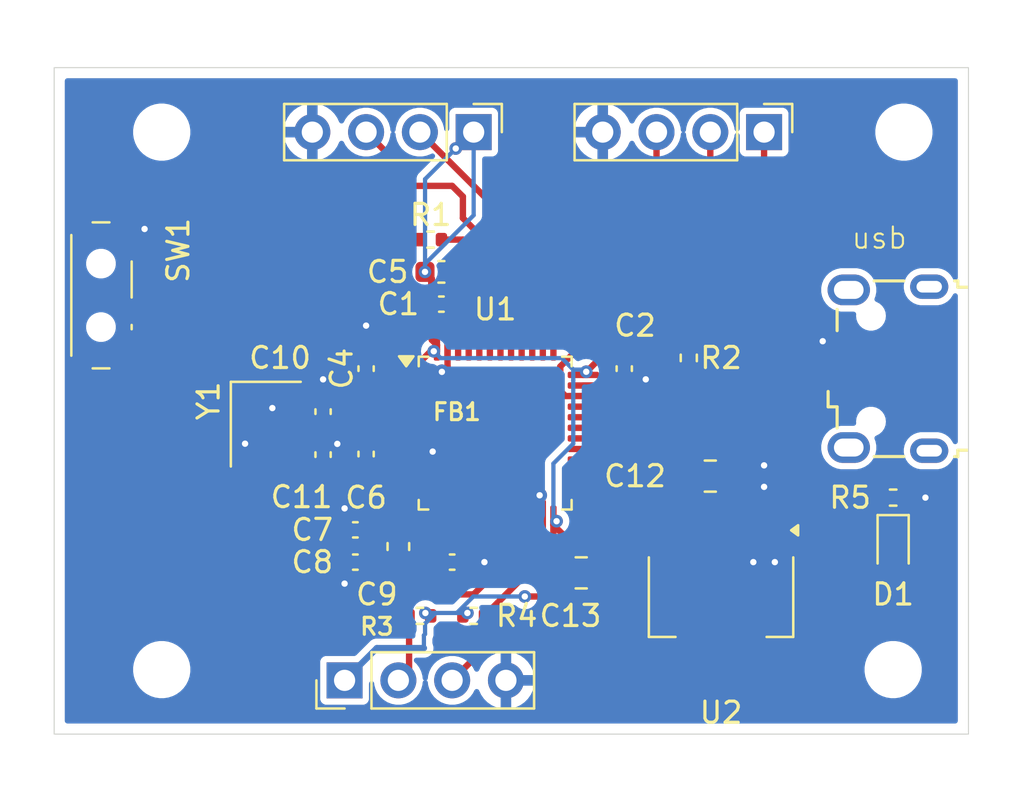
<source format=kicad_pcb>
(kicad_pcb (version 20240108) (generator "pcbnew") (generator_version "8.0")
  (layers (0 "F.Cu" signal) (31 "B.Cu" power) (34 "B.Paste" user) (35 "F.Paste" user) (36 "B.SilkS" user "B.Silkscreen") (37 "F.SilkS" user "F.Silkscreen") (38 "B.Mask" user) (39 "F.Mask" user) (44 "Edge.Cuts" user))
  (net 0 "")
  (net 1 "+3.3V")
  (net 2 "GND")
  (net 3 "+3.3VA")
  (net 4 "/NRST")
  (net 5 "/HSE_IN")
  (net 6 "/HSE_OUT")
  (net 7 "VBUS")
  (net 8 "/PWR_LED_K")
  (net 10 "/USB_D+")
  (net 15 "/USB_D-")
  (net 16 "/SWCLK")
  (net 17 "/SWDIO")
  (net 18 "/USART1_TX")
  (net 19 "/USART1_RX")
  (net 20 "/I2C2_SDA")
  (net 21 "/I2C2_SCL")
  (net 22 "Net-(U1-BOOT0)")
  (net 23 "/SWITCH")
  (net 42 "unconnected-(U1-PA2-Pad12)")
  (footprint "LED_SMD:LED_0603_1608Metric" (layer "F.Cu") (at 102.108 68.8595 -90)
    (property "Reference" "D1" (at 2.2605 0 0) (layer "F.SilkS"))
    (property "Value" "red")
    (pad "1" smd roundrect (at -0.7875 0 270) (size 0.875 0.95) (layers "F.Cu" "F.Paste" "F.Mask") (net 8 "/PWR_LED_K"))
    (pad "2" smd roundrect (at 0.7875 0 270) (size 0.875 0.95) (layers "F.Cu" "F.Paste" "F.Mask") (net 1 "+3.3V"))
  )
  (footprint "Capacitor_SMD:C_0402_1005Metric" (layer "F.Cu") (at 75.184 64.516 90)
    (property "Reference" "C11" (at -2.004 -1.016 180) (layer "F.SilkS"))
    (property "Value" "10p")
    (pad "1" smd roundrect (at -0.48 0 90) (size 0.56 0.62) (layers "F.Cu" "F.Paste" "F.Mask") (net 6 "/HSE_OUT"))
    (pad "2" smd roundrect (at 0.48 0 90) (size 0.56 0.62) (layers "F.Cu" "F.Paste" "F.Mask") (net 2 "GND"))
  )
  (footprint "MountingHole:MountingHole_2.2mm_M2" (layer "F.Cu") (at 67.564 74.676 90)
    (property "Reference" "H1")
    (property "Value" "MountingHole")
    (pad "" np_thru_hole circle (at 0 0 90) (size 2.2 2.2) (drill 2.2) (layers "*.Cu" "*.Mask"))
  )
  (footprint "MountingHole:MountingHole_2.2mm_M2" (layer "F.Cu") (at 102.616 49.276 -90)
    (property "Reference" "H3")
    (property "Value" "MountingHole")
    (pad "" np_thru_hole circle (at 0 0 270) (size 2.2 2.2) (drill 2.2) (layers "F&B.Cu" "*.Mask"))
  )
  (footprint "Inductor_SMD:L_0603_1608Metric" (layer "F.Cu") (at 78.74 68.8595 90)
    (property "Reference" "FB1" (at 6.3595 2.76 0) (layer "F.SilkS") (effects (font (size 0.8 0.8))))
    (property "Value" "120R")
    (pad "1" smd roundrect (at -0.7875 0 90) (size 0.875 0.95) (layers "F.Cu" "F.Paste" "F.Mask") (net 3 "+3.3VA"))
    (pad "2" smd roundrect (at 0.7875 0 90) (size 0.875 0.95) (layers "F.Cu" "F.Paste" "F.Mask") (net 3 "+3.3VA"))
  )
  (footprint "Capacitor_SMD:C_0805_2012Metric" (layer "F.Cu") (at 87.376 70.104 180)
    (property "Reference" "C13" (at 0.508 -2.032 180) (layer "F.SilkS"))
    (property "Value" "22u")
    (pad "1" smd roundrect (at -0.95 0 180) (size 1 1.45) (layers "F.Cu" "F.Paste" "F.Mask") (net 1 "+3.3V"))
    (pad "2" smd roundrect (at 0.95 0 180) (size 1 1.45) (layers "F.Cu" "F.Paste" "F.Mask") (net 2 "GND"))
  )
  (footprint "Capacitor_SMD:C_0402_1005Metric" (layer "F.Cu") (at 80.772 57.404)
    (property "Reference" "C1" (at -2.032 0 180) (layer "F.SilkS"))
    (property "Value" "100n")
    (pad "1" smd roundrect (at -0.48 0) (size 0.56 0.62) (layers "F.Cu" "F.Paste" "F.Mask") (net 1 "+3.3V"))
    (pad "2" smd roundrect (at 0.48 0) (size 0.56 0.62) (layers "F.Cu" "F.Paste" "F.Mask") (net 2 "GND"))
  )
  (footprint "Resistor_SMD:R_0402_1005Metric" (layer "F.Cu") (at 82.296 72.136)
    (property "Reference" "R4" (at 2.032 0 0) (layer "F.SilkS"))
    (property "Value" "1k5")
    (pad "1" smd roundrect (at -0.51 0) (size 0.54 0.64) (layers "F.Cu" "F.Paste" "F.Mask") (net 1 "+3.3V"))
    (pad "2" smd roundrect (at 0.51 0) (size 0.54 0.64) (layers "F.Cu" "F.Paste" "F.Mask") (net 20 "/I2C2_SDA"))
  )
  (footprint "Resistor_SMD:R_0402_1005Metric" (layer "F.Cu") (at 79.756 72.136 180)
    (property "Reference" "R3" (at 2.032 -0.508 0) (layer "F.SilkS") (effects (font (size 0.8 0.8))))
    (property "Value" "1k5")
    (pad "1" smd roundrect (at -0.51 0 180) (size 0.54 0.64) (layers "F.Cu" "F.Paste" "F.Mask") (net 1 "+3.3V"))
    (pad "2" smd roundrect (at 0.51 0 180) (size 0.54 0.64) (layers "F.Cu" "F.Paste" "F.Mask") (net 21 "/I2C2_SCL"))
  )
  (footprint "Connector_PinHeader_2.54mm:PinHeader_1x04_P2.54mm_Vertical" (layer "F.Cu") (at 82.296 49.276 -90)
    (property "Reference" "J3")
    (property "Value" "Conn_01x04_Pin")
    (pad "1" thru_hole rect (at 0 0 270) (size 1.7 1.7) (drill 1) (layers "*.Cu" "*.Mask") (net 1 "+3.3V"))
    (pad "2" thru_hole oval (at 0 2.54 270) (size 1.7 1.7) (drill 1) (layers "*.Cu" "*.Mask") (net 18 "/USART1_TX"))
    (pad "3" thru_hole oval (at 0 5.08 270) (size 1.7 1.7) (drill 1) (layers "*.Cu" "*.Mask") (net 19 "/USART1_RX"))
    (pad "4" thru_hole oval (at 0 7.62 270) (size 1.7 1.7) (drill 1) (layers "*.Cu" "*.Mask") (net 2 "GND"))
  )
  (footprint "Resistor_SMD:R_0402_1005Metric" (layer "F.Cu") (at 80.264 54.356)
    (property "Reference" "R1" (at 0 -1.17 0) (layer "F.SilkS"))
    (property "Value" "10k")
    (pad "1" smd roundrect (at -0.51 0) (size 0.54 0.64) (layers "F.Cu" "F.Paste" "F.Mask") (net 23 "/SWITCH"))
    (pad "2" smd roundrect (at 0.51 0) (size 0.54 0.64) (layers "F.Cu" "F.Paste" "F.Mask") (net 22 "Net-(U1-BOOT0)"))
  )
  (footprint "Connector_PinHeader_2.54mm:PinHeader_1x04_P2.54mm_Vertical" (layer "F.Cu") (at 96.012 49.276 -90)
    (property "Reference" "J2")
    (property "Value" "Conn_01x04_Pin")
    (pad "1" thru_hole rect (at 0 0 270) (size 1.7 1.7) (drill 1) (layers "*.Cu" "*.Mask") (net 1 "+3.3V"))
    (pad "2" thru_hole oval (at 0 2.54 270) (size 1.7 1.7) (drill 1) (layers "*.Cu" "*.Mask") (net 17 "/SWDIO"))
    (pad "3" thru_hole oval (at 0 5.08 270) (size 1.7 1.7) (drill 1) (layers "*.Cu" "*.Mask") (net 16 "/SWCLK"))
    (pad "4" thru_hole oval (at 0 7.62 270) (size 1.7 1.7) (drill 1) (layers "*.Cu" "*.Mask") (net 2 "GND"))
  )
  (footprint "Package_QFP:LQFP-48_7x7mm_P0.5mm" (layer "F.Cu") (at 83.312 63.5)
    (property "Reference" "U1" (at 0 -5.85 0) (layer "F.SilkS"))
    (property "Value" "STM32F103C8T6")
    (pad "1" smd roundrect (at -4.1625 -2.75) (size 1.475 0.3) (layers "F.Cu" "F.Paste" "F.Mask") (net 1 "+3.3V"))
    (pad "2" smd roundrect (at -4.1625 -2.25) (size 1.475 0.3) (layers "F.Cu" "F.Paste" "F.Mask"))
    (pad "3" smd roundrect (at -4.1625 -1.75) (size 1.475 0.3) (layers "F.Cu" "F.Paste" "F.Mask"))
    (pad "4" smd roundrect (at -4.1625 -1.25) (size 1.475 0.3) (layers "F.Cu" "F.Paste" "F.Mask"))
    (pad "5" smd roundrect (at -4.1625 -0.75) (size 1.475 0.3) (layers "F.Cu" "F.Paste" "F.Mask") (net 5 "/HSE_IN"))
    (pad "6" smd roundrect (at -4.1625 -0.25) (size 1.475 0.3) (layers "F.Cu" "F.Paste" "F.Mask") (net 6 "/HSE_OUT"))
    (pad "7" smd roundrect (at -4.1625 0.25) (size 1.475 0.3) (layers "F.Cu" "F.Paste" "F.Mask") (net 4 "/NRST"))
    (pad "8" smd roundrect (at -4.1625 0.75) (size 1.475 0.3) (layers "F.Cu" "F.Paste" "F.Mask") (net 2 "GND"))
    (pad "9" smd roundrect (at -4.1625 1.25) (size 1.475 0.3) (layers "F.Cu" "F.Paste" "F.Mask") (net 3 "+3.3VA"))
    (pad "10" smd roundrect (at -4.1625 1.75) (size 1.475 0.3) (layers "F.Cu" "F.Paste" "F.Mask"))
    (pad "11" smd roundrect (at -4.1625 2.25) (size 1.475 0.3) (layers "F.Cu" "F.Paste" "F.Mask"))
    (pad "12" smd roundrect (at -4.1625 2.75) (size 1.475 0.3) (layers "F.Cu" "F.Paste" "F.Mask") (net 42 "unconnected-(U1-PA2-Pad12)"))
    (pad "13" smd roundrect (at -2.75 4.1625) (size 0.3 1.475) (layers "F.Cu" "F.Paste" "F.Mask"))
    (pad "14" smd roundrect (at -2.25 4.1625) (size 0.3 1.475) (layers "F.Cu" "F.Paste" "F.Mask"))
    (pad "15" smd roundrect (at -1.75 4.1625) (size 0.3 1.475) (layers "F.Cu" "F.Paste" "F.Mask"))
    (pad "16" smd roundrect (at -1.25 4.1625) (size 0.3 1.475) (layers "F.Cu" "F.Paste" "F.Mask"))
    (pad "17" smd roundrect (at -0.75 4.1625) (size 0.3 1.475) (layers "F.Cu" "F.Paste" "F.Mask"))
    (pad "18" smd roundrect (at -0.25 4.1625) (size 0.3 1.475) (layers "F.Cu" "F.Paste" "F.Mask"))
    (pad "19" smd roundrect (at 0.25 4.1625) (size 0.3 1.475) (layers "F.Cu" "F.Paste" "F.Mask"))
    (pad "20" smd roundrect (at 0.75 4.1625) (size 0.3 1.475) (layers "F.Cu" "F.Paste" "F.Mask"))
    (pad "21" smd roundrect (at 1.25 4.1625) (size 0.3 1.475) (layers "F.Cu" "F.Paste" "F.Mask") (net 21 "/I2C2_SCL"))
    (pad "22" smd roundrect (at 1.75 4.1625) (size 0.3 1.475) (layers "F.Cu" "F.Paste" "F.Mask") (net 20 "/I2C2_SDA"))
    (pad "23" smd roundrect (at 2.25 4.1625) (size 0.3 1.475) (layers "F.Cu" "F.Paste" "F.Mask") (net 2 "GND"))
    (pad "24" smd roundrect (at 2.75 4.1625) (size 0.3 1.475) (layers "F.Cu" "F.Paste" "F.Mask") (net 1 "+3.3V"))
    (pad "25" smd roundrect (at 4.1625 2.75) (size 1.475 0.3) (layers "F.Cu" "F.Paste" "F.Mask"))
    (pad "26" smd roundrect (at 4.1625 2.25) (size 1.475 0.3) (layers "F.Cu" "F.Paste" "F.Mask"))
    (pad "27" smd roundrect (at 4.1625 1.75) (size 1.475 0.3) (layers "F.Cu" "F.Paste" "F.Mask"))
    (pad "28" smd roundrect (at 4.1625 1.25) (size 1.475 0.3) (layers "F.Cu" "F.Paste" "F.Mask"))
    (pad "29" smd roundrect (at 4.1625 0.75) (size 1.475 0.3) (layers "F.Cu" "F.Paste" "F.Mask"))
    (pad "30" smd roundrect (at 4.1625 0.25) (size 1.475 0.3) (layers "F.Cu" "F.Paste" "F.Mask"))
    (pad "31" smd roundrect (at 4.1625 -0.25) (size 1.475 0.3) (layers "F.Cu" "F.Paste" "F.Mask"))
    (pad "32" smd roundrect (at 4.1625 -0.75) (size 1.475 0.3) (layers "F.Cu" "F.Paste" "F.Mask") (net 15 "/USB_D-"))
    (pad "33" smd roundrect (at 4.1625 -1.25) (size 1.475 0.3) (layers "F.Cu" "F.Paste" "F.Mask") (net 10 "/USB_D+"))
    (pad "34" smd roundrect (at 4.1625 -1.75) (size 1.475 0.3) (layers "F.Cu" "F.Paste" "F.Mask") (net 17 "/SWDIO"))
    (pad "35" smd roundrect (at 4.1625 -2.25) (size 1.475 0.3) (layers "F.Cu" "F.Paste" "F.Mask") (net 2 "GND"))
    (pad "36" smd roundrect (at 4.1625 -2.75) (size 1.475 0.3) (layers "F.Cu" "F.Paste" "F.Mask") (net 1 "+3.3V"))
    (pad "37" smd roundrect (at 2.75 -4.1625) (size 0.3 1.475) (layers "F.Cu" "F.Paste" "F.Mask") (net 16 "/SWCLK"))
    (pad "38" smd roundrect (at 2.25 -4.1625) (size 0.3 1.475) (layers "F.Cu" "F.Paste" "F.Mask"))
    (pad "39" smd roundrect (at 1.75 -4.1625) (size 0.3 1.475) (layers "F.Cu" "F.Paste" "F.Mask"))
    (pad "40" smd roundrect (at 1.25 -4.1625) (size 0.3 1.475) (layers "F.Cu" "F.Paste" "F.Mask"))
    (pad "41" smd roundrect (at 0.75 -4.1625) (size 0.3 1.475) (layers "F.Cu" "F.Paste" "F.Mask"))
    (pad "42" smd roundrect (at 0.25 -4.1625) (size 0.3 1.475) (layers "F.Cu" "F.Paste" "F.Mask") (net 18 "/USART1_TX"))
    (pad "43" smd roundrect (at -0.25 -4.1625) (size 0.3 1.475) (layers "F.Cu" "F.Paste" "F.Mask") (net 19 "/USART1_RX"))
    (pad "44" smd roundrect (at -0.75 -4.1625) (size 0.3 1.475) (layers "F.Cu" "F.Paste" "F.Mask") (net 22 "Net-(U1-BOOT0)"))
    (pad "45" smd roundrect (at -1.25 -4.1625) (size 0.3 1.475) (layers "F.Cu" "F.Paste" "F.Mask"))
    (pad "46" smd roundrect (at -1.75 -4.1625) (size 0.3 1.475) (layers "F.Cu" "F.Paste" "F.Mask"))
    (pad "47" smd roundrect (at -2.25 -4.1625) (size 0.3 1.475) (layers "F.Cu" "F.Paste" "F.Mask") (net 2 "GND"))
    (pad "48" smd roundrect (at -2.75 -4.1625) (size 0.3 1.475) (layers "F.Cu" "F.Paste" "F.Mask") (net 1 "+3.3V"))
  )
  (footprint "Resistor_SMD:R_0402_1005Metric" (layer "F.Cu") (at 92.456 59.946 -90)
    (property "Reference" "R2" (at 0 -1.524 0) (layer "F.SilkS"))
    (property "Value" "1k5")
    (pad "1" smd roundrect (at -0.51 0 270) (size 0.54 0.64) (layers "F.Cu" "F.Paste" "F.Mask") (net 1 "+3.3V"))
    (pad "2" smd roundrect (at 0.51 0 270) (size 0.54 0.64) (layers "F.Cu" "F.Paste" "F.Mask") (net 10 "/USB_D+"))
  )
  (footprint "Package_TO_SOT_SMD:SOT-223-3_TabPin2" (layer "F.Cu") (at 93.98 71.222 -90)
    (property "Reference" "U2" (at 5.486 0 180) (layer "F.SilkS"))
    (property "Value" "AMS1117-3.3")
    (pad "1" smd roundrect (at -3.15 -2.3 270) (size 2 1.5) (layers "F.Cu" "F.Paste" "F.Mask") (net 2 "GND"))
    (pad "2" smd roundrect (at -3.15 0 270) (size 2 1.5) (layers "F.Cu" "F.Paste" "F.Mask") (net 1 "+3.3V"))
    (pad "2" smd roundrect (at 3.15 0 270) (size 2 3.8) (layers "F.Cu" "F.Paste" "F.Mask") (net 1 "+3.3V"))
    (pad "3" smd roundrect (at -3.15 2.3 270) (size 2 1.5) (layers "F.Cu" "F.Paste" "F.Mask") (net 7 "VBUS"))
  )
  (footprint "MountingHole:MountingHole_2.2mm_M2" (layer "F.Cu") (at 102.108 74.676 90)
    (property "Reference" "H2")
    (property "Value" "MountingHole")
    (pad "" np_thru_hole circle (at 0 0 90) (size 2.2 2.2) (drill 2.2) (layers "F&B.Cu" "*.Mask"))
  )
  (footprint "Capacitor_SMD:C_0603_1608Metric" (layer "F.Cu") (at 80.772 55.88)
    (property "Reference" "C5" (at -2.54 0 0) (layer "F.SilkS"))
    (property "Value" "10u")
    (pad "1" smd roundrect (at -0.775 0) (size 0.9 0.95) (layers "F.Cu" "F.Paste" "F.Mask") (net 1 "+3.3V"))
    (pad "2" smd roundrect (at 0.775 0) (size 0.9 0.95) (layers "F.Cu" "F.Paste" "F.Mask") (net 2 "GND"))
  )
  (footprint "Capacitor_SMD:C_0402_1005Metric" (layer "F.Cu") (at 76.708 69.596 180)
    (property "Reference" "C8" (at 2.032 0 0) (layer "F.SilkS"))
    (property "Value" "1u")
    (pad "1" smd roundrect (at -0.48 0 180) (size 0.56 0.62) (layers "F.Cu" "F.Paste" "F.Mask") (net 3 "+3.3VA"))
    (pad "2" smd roundrect (at 0.48 0 180) (size 0.56 0.62) (layers "F.Cu" "F.Paste" "F.Mask") (net 2 "GND"))
  )
  (footprint "Connector_PinHeader_2.54mm:PinHeader_1x04_P2.54mm_Vertical" (layer "F.Cu") (at 76.2 75.184 90)
    (property "Reference" "J4")
    (property "Value" "Conn_01x04_Pin")
    (pad "1" thru_hole rect (at 0 0 90) (size 1.7 1.7) (drill 1) (layers "*.Cu" "*.Mask") (net 1 "+3.3V"))
    (pad "2" thru_hole oval (at 0 2.54 90) (size 1.7 1.7) (drill 1) (layers "*.Cu" "*.Mask") (net 21 "/I2C2_SCL"))
    (pad "3" thru_hole oval (at 0 5.08 90) (size 1.7 1.7) (drill 1) (layers "*.Cu" "*.Mask") (net 20 "/I2C2_SDA"))
    (pad "4" thru_hole oval (at 0 7.62 90) (size 1.7 1.7) (drill 1) (layers "*.Cu" "*.Mask") (net 2 "GND"))
  )
  (footprint "Capacitor_SMD:C_0805_2012Metric" (layer "F.Cu") (at 93.472 65.532)
    (property "Reference" "C12" (at -3.556 0 0) (layer "F.SilkS"))
    (property "Value" "22u")
    (pad "1" smd roundrect (at -0.95 0) (size 1 1.45) (layers "F.Cu" "F.Paste" "F.Mask") (net 7 "VBUS"))
    (pad "2" smd roundrect (at 0.95 0) (size 1 1.45) (layers "F.Cu" "F.Paste" "F.Mask") (net 2 "GND"))
  )
  (footprint "Capacitor_SMD:C_0402_1005Metric" (layer "F.Cu") (at 77.216 60.452 90)
    (property "Reference" "C4" (at 0 -1.16 90) (layer "F.SilkS"))
    (property "Value" "100n")
    (pad "1" smd roundrect (at -0.48 0 90) (size 0.56 0.62) (layers "F.Cu" "F.Paste" "F.Mask") (net 1 "+3.3V"))
    (pad "2" smd roundrect (at 0.48 0 90) (size 0.56 0.62) (layers "F.Cu" "F.Paste" "F.Mask") (net 2 "GND"))
  )
  (footprint "Capacitor_SMD:C_0402_1005Metric" (layer "F.Cu") (at 77.216 64.488 90)
    (property "Reference" "C6" (at -2.06 0 180) (layer "F.SilkS"))
    (property "Value" "10n")
    (pad "1" smd roundrect (at -0.48 0 90) (size 0.56 0.62) (layers "F.Cu" "F.Paste" "F.Mask") (net 3 "+3.3VA"))
    (pad "2" smd roundrect (at 0.48 0 90) (size 0.56 0.62) (layers "F.Cu" "F.Paste" "F.Mask") (net 2 "GND"))
  )
  (footprint "Crystal:Crystal_SMD_3225-4Pin_3.2x2.5mm" (layer "F.Cu") (at 72.478 63.076 -90)
    (property "Reference" "Y1" (at -1.1 2.706 90) (layer "F.SilkS"))
    (property "Value" "16MHz")
    (pad "1" smd rect (at -1.1 0.85 270) (size 1.4 1.2) (layers "F.Cu" "F.Paste" "F.Mask") (net 5 "/HSE_IN"))
    (pad "2" smd rect (at 1.1 0.85 270) (size 1.4 1.2) (layers "F.Cu" "F.Paste" "F.Mask") (net 2 "GND"))
    (pad "3" smd rect (at 1.1 -0.85 270) (size 1.4 1.2) (layers "F.Cu" "F.Paste" "F.Mask") (net 6 "/HSE_OUT"))
    (pad "4" smd rect (at -1.1 -0.85 270) (size 1.4 1.2) (layers "F.Cu" "F.Paste" "F.Mask") (net 2 "GND"))
  )
  (footprint "Capacitor_SMD:C_0402_1005Metric" (layer "F.Cu") (at 89.408 60.452 -90)
    (property "Reference" "C2" (at -2.032 -0.508 0) (layer "F.SilkS"))
    (property "Value" "100n")
    (pad "1" smd roundrect (at -0.48 0 270) (size 0.56 0.62) (layers "F.Cu" "F.Paste" "F.Mask") (net 1 "+3.3V"))
    (pad "2" smd roundrect (at 0.48 0 270) (size 0.56 0.62) (layers "F.Cu" "F.Paste" "F.Mask") (net 2 "GND"))
  )
  (footprint "Capacitor_SMD:C_0402_1005Metric" (layer "F.Cu") (at 76.708 68.072 180)
    (property "Reference" "C7" (at 2.032 0 0) (layer "F.SilkS"))
    (property "Value" "1u")
    (pad "1" smd roundrect (at -0.48 0 180) (size 0.56 0.62) (layers "F.Cu" "F.Paste" "F.Mask") (net 3 "+3.3VA"))
    (pad "2" smd roundrect (at 0.48 0 180) (size 0.56 0.62) (layers "F.Cu" "F.Paste" "F.Mask") (net 2 "GND"))
  )
  (footprint "Resistor_SMD:R_0402_1005Metric" (layer "F.Cu") (at 102.108 66.548)
    (property "Reference" "R5" (at -2.032 0.002 0) (layer "F.SilkS"))
    (property "Value" "1k5")
    (pad "1" smd roundrect (at -0.51 0) (size 0.54 0.64) (layers "F.Cu" "F.Paste" "F.Mask") (net 8 "/PWR_LED_K"))
    (pad "2" smd roundrect (at 0.51 0) (size 0.54 0.64) (layers "F.Cu" "F.Paste" "F.Mask") (net 2 "GND"))
  )
  (footprint "MountingHole:MountingHole_2.2mm_M2" (layer "F.Cu") (at 67.564 49.276 -90)
    (property "Reference" "H4")
    (property "Value" "MountingHole")
    (pad "" np_thru_hole circle (at 0 0 270) (size 2.2 2.2) (drill 2.2) (layers "*.Cu" "*.Mask"))
  )
  (footprint "Button_Switch_SMD:SW_SPDT_PCM12" (layer "F.Cu") (at 65.024 56.99 -90)
    (property "Reference" "SW1" (at -2.126 -3.32 90) (layer "F.SilkS"))
    (property "Value" "SW_SPDT")
    (pad "" smd rect (at -3.65 -0.78 270) (size 1 0.8) (layers "F.Cu" "F.Paste" "F.Mask"))
    (pad "" smd rect (at -3.65 1.43 270) (size 1 0.8) (layers "F.Cu" "F.Paste" "F.Mask"))
    (pad "" np_thru_hole circle (at -1.5 0.33 270) (size 0.9 0.9) (drill 0.9) (layers "*.Cu" "*.Mask"))
    (pad "" np_thru_hole circle (at 1.5 0.33 270) (size 0.9 0.9) (drill 0.9) (layers "*.Cu" "*.Mask"))
    (pad "" smd rect (at 3.65 -0.78 270) (size 1 0.8) (layers "F.Cu" "F.Paste" "F.Mask"))
    (pad "" smd rect (at 3.65 1.43 270) (size 1 0.8) (layers "F.Cu" "F.Paste" "F.Mask"))
    (pad "1" smd rect (at -2.25 -1.43 270) (size 0.7 1.5) (layers "F.Cu" "F.Paste" "F.Mask") (net 2 "GND"))
    (pad "2" smd rect (at 0.75 -1.43 270) (size 0.7 1.5) (layers "F.Cu" "F.Paste" "F.Mask") (net 23 "/SWITCH"))
    (pad "3" smd rect (at 2.25 -1.43 270) (size 0.7 1.5) (layers "F.Cu" "F.Paste" "F.Mask") (net 1 "+3.3V"))
  )
  (footprint "Connector_USB:USB_Micro-B_Wuerth_629105150521" (layer "F.Cu") (at 101.861 60.457 90)
    (property "Reference" "J1")
    (property "Value" "USB_B_Micro")
    (pad "" np_thru_hole oval (at -2.5 -0.8 90) (size 0.8 0.8) (drill 0.8) (layers "*.Cu" "*.Mask"))
    (pad "" np_thru_hole oval (at 2.5 -0.8 90) (size 0.8 0.8) (drill 0.8) (layers "*.Cu" "*.Mask"))
    (pad "1" smd rect (at -1.3 -1.9 90) (size 0.45 1.3) (layers "F.Cu" "F.Paste" "F.Mask") (net 7 "VBUS"))
    (pad "2" smd rect (at -0.65 -1.9 90) (size 0.45 1.3) (layers "F.Cu" "F.Paste" "F.Mask") (net 15 "/USB_D-"))
    (pad "3" smd rect (at 0 -1.9 90) (size 0.45 1.3) (layers "F.Cu" "F.Paste" "F.Mask") (net 10 "/USB_D+"))
    (pad "4" smd rect (at 0.65 -1.9 90) (size 0.45 1.3) (layers "F.Cu" "F.Paste" "F.Mask"))
    (pad "5" smd rect (at 1.3 -1.9 90) (size 0.45 1.3) (layers "F.Cu" "F.Paste" "F.Mask") (net 2 "GND"))
    (pad "6" thru_hole oval (at -3.875 1.95 90) (size 1.15 1.8) (drill oval 0.55 1.2) (layers "*.Cu" "*.Mask"))
    (pad "6" thru_hole oval (at -3.725 -1.85 90) (size 1.45 2) (drill oval 0.85 1.4) (layers "*.Cu" "*.Mask"))
    (pad "6" thru_hole oval (at 3.725 -1.85 90) (size 1.45 2) (drill oval 0.85 1.4) (layers "*.Cu" "*.Mask"))
    (pad "6" thru_hole oval (at 3.875 1.95 90) (size 1.15 1.8) (drill oval 0.55 1.2) (layers "*.Cu" "*.Mask"))
  )
  (footprint "Capacitor_SMD:C_0402_1005Metric" (layer "F.Cu") (at 81.28 69.596)
    (property "Reference" "C9" (at -3.556 1.524 0) (layer "F.SilkS"))
    (property "Value" "100n")
    (pad "1" smd roundrect (at -0.48 0) (size 0.56 0.62) (layers "F.Cu" "F.Paste" "F.Mask") (net 4 "/NRST"))
    (pad "2" smd roundrect (at 0.48 0) (size 0.56 0.62) (layers "F.Cu" "F.Paste" "F.Mask") (net 2 "GND"))
  )
  (footprint "Capacitor_SMD:C_0402_1005Metric" (layer "F.Cu") (at 75.184 62.484 90)
    (property "Reference" "C10" (at 2.54 -2.032 180) (layer "F.SilkS"))
    (property "Value" "10p")
    (pad "1" smd roundrect (at -0.48 0 90) (size 0.56 0.62) (layers "F.Cu" "F.Paste" "F.Mask") (net 5 "/HSE_IN"))
    (pad "2" smd roundrect (at 0.48 0 90) (size 0.56 0.62) (layers "F.Cu" "F.Paste" "F.Mask") (net 2 "GND"))
  )
  (gr_poly (pts (xy 62.484 46.228) (xy 105.664 46.228) (xy 105.664 77.724) (xy 62.484 77.724)) (stroke (width 0.05)) (fill none) (layer "Edge.Cuts"))
  (gr_text "usb" (at 100.076 54.864 0) (layer "F.SilkS") (effects (font (size 1 1) (thickness 0.1)) (justify left bottom)))
  (segment (start 90.424 76.2) (end 98.044 76.2) (width 0.3) (layer "F.Cu") (net 1))
  (segment (start 69.596 59.944) (end 69.088 59.944) (width 0.3) (layer "F.Cu") (net 1))
  (segment (start 89.916 71.12) (end 89.815447 71.220553) (width 0.3) (layer "F.Cu") (net 1))
  (segment (start 92.456 56.388) (end 92.456 59.436) (width 0.3) (layer "F.Cu") (net 1))
  (segment (start 77.216 60.9253) (end 77.216 60.932) (width 0.2) (layer "F.Cu") (net 1))
  (segment (start 82.6079 49.276) (end 82.032 49.276) (width 0.2) (layer "F.Cu") (net 1))
  (segment (start 91.44 70.612) (end 89.916 70.612) (width 0.3) (layer "F.Cu") (net 1))
  (segment (start 98.044 71.12) (end 99.517 69.647) (width 0.3) (layer "F.Cu") (net 1))
  (segment (start 98.044 76.2) (end 98.044 71.12) (width 0.3) (layer "F.Cu") (net 1))
  (segment (start 93.843 68.483) (end 93.569 68.483) (width 0.2) (layer "F.Cu") (net 1))
  (segment (start 76.906001 60.932) (end 76.234001 60.26) (width 0.3) (layer "F.Cu") (net 1))
  (segment (start 89.907938 70.603938) (end 89.916 70.612) (width 0.3) (layer "F.Cu") (net 1))
  (segment (start 74.36 60.26) (end 74.168 60.452) (width 0.3) (layer "F.Cu") (net 1))
  (segment (start 80.32 59.0955) (end 80.562 59.3375) (width 0.3) (layer "F.Cu") (net 1))
  (segment (start 88.2525 59.972) (end 89.408 59.972) (width 0.3) (layer "F.Cu") (net 1))
  (segment (start 66.454 59.24) (end 66.9799 59.24) (width 0.2) (layer "F.Cu") (net 1))
  (segment (start 76.234001 60.26) (end 74.36 60.26) (width 0.3) (layer "F.Cu") (net 1))
  (segment (start 77.2207 60.9139) (end 77.216 60.9253) (width 0.2) (layer "F.Cu") (net 1))
  (segment (start 99.517 69.647) (end 102.108 69.647) (width 0.3) (layer "F.Cu") (net 1))
  (segment (start 80.562 59.482472) (end 80.412001 59.632471) (width 0.2) (layer "F.Cu") (net 1))
  (segment (start 93.843 68.209) (end 93.98 68.072) (width 0.2) (layer "F.Cu") (net 1))
  (segment (start 96.012 52.324) (end 92.964 55.372) (width 0.3) (layer "F.Cu") (net 1))
  (segment (start 89.916 70.612) (end 89.916 71.12) (width 0.3) (layer "F.Cu") (net 1))
  (segment (start 80.562 59.3375) (end 79.1495 60.75) (width 0.3) (layer "F.Cu") (net 1))
  (segment (start 88.825938 70.603938) (end 89.907938 70.603938) (width 0.3) (layer "F.Cu") (net 1))
  (segment (start 80.32 56.203) (end 79.997 55.88) (width 0.3) (layer "F.Cu") (net 1))
  (segment (start 86.062 67.84) (end 86.062 67.6625) (width 0.3) (layer "F.Cu") (net 1))
  (segment (start 68.384 59.24) (end 66.454 59.24) (width 0.3) (layer "F.Cu") (net 1))
  (segment (start 89.916 76.2) (end 90.424 76.2) (width 0.3) (layer "F.Cu") (net 1))
  (segment (start 80.32 57.404) (end 80.32 56.203) (width 0.3) (layer "F.Cu") (net 1))
  (segment (start 93.98 74.372) (end 92.152 76.2) (width 0.3) (layer "F.Cu") (net 1))
  (segment (start 93.569 68.483) (end 93.843 68.209) (width 0.2) (layer "F.Cu") (net 1))
  (segment (start 77.2093 60.9186) (end 77.2207 60.9139) (width 0.2) (layer "F.Cu") (net 1))
  (segment (start 88.326 70.104) (end 86.062 67.84) (width 0.3) (layer "F.Cu") (net 1))
  (segment (start 79.997 55.88) (end 80.1445 56.0275) (width 0.2) (layer "F.Cu") (net 1))
  (segment (start 92.964 55.88) (end 92.456 56.388) (width 0.3) (layer "F.Cu") (net 1))
  (segment (start 90.932 59.436) (end 90.396 59.972) (width 0.3) (layer "F.Cu") (net 1))
  (segment (start 77.2207 60.9139) (end 77.3846 60.75) (width 0.2) (layer "F.Cu") (net 1))
  (segment (start 92.964 55.372) (end 92.964 55.88) (width 0.3) (layer "F.Cu") (net 1))
  (segment (start 77.398 60.75) (end 77.216 60.932) (width 0.3) (layer "F.Cu") (net 1))
  (segment (start 79.1495 60.75) (end 77.398 60.75) (width 0.3) (layer "F.Cu") (net 1))
  (segment (start 74.168 60.452) (end 70.104 60.452) (width 0.3) (layer "F.Cu") (net 1))
  (segment (start 89.916 71.628) (end 89.916 76.2) (width 0.3) (layer "F.Cu") (net 1))
  (segment (start 69.088 59.944) (end 68.384 59.24) (width 0.3) (layer "F.Cu") (net 1))
  (segment (start 77.216 60.932) (end 76.906001 60.932) (width 0.3) (layer "F.Cu") (net 1))
  (segment (start 89.815447 71.220553) (end 84.711397 71.220553) (width 0.3) (layer "F.Cu") (net 1))
  (segment (start 80.32 57.404) (end 80.32 59.0955) (width 0.3) (layer "F.Cu") (net 1))
  (segment (start 88.326 70.104) (end 88.825938 70.603938) (width 0.3) (layer "F.Cu") (net 1))
  (segment (start 86.062 66.9562) (end 86.062 67.6625) (width 0.2) (layer "F.Cu") (net 1))
  (segment (start 92.152 76.2) (end 90.424 76.2) (width 0.3) (layer "F.Cu") (net 1))
  (segment (start 92.456 59.436) (end 90.932 59.436) (width 0.3) (layer "F.Cu") (net 1))
  (segment (start 84.569975 71.361975) (end 84.711397 71.220553) (width 0.2) (layer "F.Cu") (net 1))
  (segment (start 70.104 60.452) (end 69.596 59.944) (width 0.3) (layer "F.Cu") (net 1))
  (segment (start 80.562 59.556554) (end 80.362 59.756554) (width 0.3) (layer "F.Cu") (net 1))
  (segment (start 93.843 68.209) (end 93.843 68.483) (width 0.2) (layer "F.Cu") (net 1))
  (segment (start 77.216 60.9253) (end 77.2093 60.9186) (width 0.2) (layer "F.Cu") (net 1))
  (segment (start 90.396 59.972) (end 89.408 59.972) (width 0.3) (layer "F.Cu") (net 1))
  (segment (start 96.012 49.276) (end 96.012 52.324) (width 0.3) (layer "F.Cu") (net 1))
  (segment (start 80.562 59.3375) (end 80.562 59.556554) (width 0.3) (layer "F.Cu") (net 1))
  (segment (start 80.292 56.175) (end 79.997 55.88) (width 0.3) (layer "F.Cu") (net 1))
  (segment (start 93.98 68.072) (end 91.44 70.612) (width 0.3) (layer "F.Cu") (net 1))
  (segment (start 80.562 59.3375) (end 80.562 59.482472) (width 0.2) (layer "F.Cu") (net 1))
  (segment (start 80.292 57.404) (end 80.292 56.175) (width 0.3) (layer "F.Cu") (net 1))
  (segment (start 89.916 71.12) (end 89.916 71.628) (width 0.3) (layer "F.Cu") (net 1))
  (segment (start 87.4745 60.75) (end 88.2525 59.972) (width 0.3) (layer "F.Cu") (net 1))
  (via (at 87.61225 60.6) (size 0.6) (drill 0.3) (layers "F.Cu" "B.Cu") (net 1))
  (via (at 84.711397 71.220553) (size 0.6) (drill 0.3) (layers "F.Cu" "B.Cu") (net 1))
  (via (at 79.997 55.88) (size 0.6) (drill 0.3) (layers "F.Cu" "B.Cu") (net 1))
  (via (at 82 72) (size 0.6) (drill 0.3) (layers "F.Cu" "B.Cu") (net 1))
  (via (at 80.015999 72.001533) (size 0.6) (drill 0.3) (layers "F.Cu" "B.Cu") (net 1))
  (via (at 86.211999 67.6625) (size 0.6) (drill 0.3) (layers "F.Cu" "B.Cu") (net 1))
  (via (at 81.44962 50.05038) (size 0.6) (drill 0.3) (layers "F.Cu" "B.Cu") (net 1))
  (via (at 80.412001 59.632471) (size 0.6) (drill 0.3) (layers "F.Cu" "B.Cu") (net 1))
  (segment (start 80 51.5) (end 80 55.5) (width 0.2) (layer "B.Cu") (net 1))
  (segment (start 80.001533 72.001533) (end 80.015999 72.001533) (width 0.2) (layer "B.Cu") (net 1))
  (segment (start 80 55.5) (end 82.296 53.204) (width 0.2) (layer "B.Cu") (net 1))
  (segment (start 82.296 53.204) (end 82.296 49.276) (width 0.2) (layer "B.Cu") (net 1))
  (segment (start 87.5 60.5) (end 87.6 60.6) (width 0.2) (layer "B.Cu") (net 1))
  (segment (start 81.5 72) (end 80.5 72) (width 0.2) (layer "B.Cu") (net 1))
  (segment (start 80 73) (end 79.946 73.054) (width 0.2) (layer "B.Cu") (net 1))
  (segment (start 80.5 72) (end 80 72.5) (width 0.2) (layer "B.Cu") (net 1))
  (segment (start 81.44962 50.05038) (end 80 51.5) (width 0.2) (layer "B.Cu") (net 1))
  (segment (start 80 55.877) (end 79.997 55.88) (width 0.2) (layer "B.Cu") (net 1))
  (segment (start 80 72) (end 80.001533 72.001533) (width 0.2) (layer "B.Cu") (net 1))
  (segment (start 86.45531 59.95531) (end 87 60.5) (width 0.2) (layer "B.Cu") (net 1))
  (segment (start 87.6 60.6) (end 87.61225 60.6) (width 0.2) (layer "B.Cu") (net 1))
  (segment (start 86.06241 64.93759) (end 86.06241 67.512911) (width 0.2) (layer "B.Cu") (net 1))
  (segment (start 87 60.5) (end 87.5 60.5) (width 0.2) (layer "B.Cu") (net 1))
  (segment (start 80.5 72) (end 80 72) (width 0.2) (layer "B.Cu") (net 1))
  (segment (start 87 61) (end 87 60.5) (width 0.2) (layer "B.Cu") (net 1))
  (segment (start 80.73484 59.95531) (end 86.45531 59.95531) (width 0.2) (layer "B.Cu") (net 1))
  (segment (start 82.279447 71.220553) (end 81.5 72) (width 0.2) (layer "B.Cu") (net 1))
  (segment (start 79.946 73.054) (end 79.946 73.66) (width 0.2) (layer "B.Cu") (net 1))
  (segment (start 81.5 72) (end 82 72) (width 0.2) (layer "B.Cu") (net 1))
  (segment (start 86.06241 67.512911) (end 86.211999 67.6625) (width 0.2) (layer "B.Cu") (net 1))
  (segment (start 87 64) (end 86.06241 64.93759) (width 0.2) (layer "B.Cu") (net 1))
  (segment (start 77.724 73.66) (end 76.2 75.184) (width 0.3) (layer "B.Cu") (net 1))
  (segment (start 80 55.5) (end 80 55.877) (width 0.2) (layer "B.Cu") (net 1))
  (segment (start 80.412001 59.632471) (end 80.73484 59.95531) (width 0.2) (layer "B.Cu") (net 1))
  (segment (start 87 61) (end 87 64) (width 0.2) (layer "B.Cu") (net 1))
  (segment (start 79.946 73.66) (end 77.724 73.66) (width 0.3) (layer "B.Cu") (net 1))
  (segment (start 84.711397 71.220553) (end 82.279447 71.220553) (width 0.2) (layer "B.Cu") (net 1))
  (segment (start 80 72.5) (end 80 73) (width 0.2) (layer "B.Cu") (net 1))
  (segment (start 81.547 55.88) (end 81.547 57.137) (width 0.3) (layer "F.Cu") (net 2))
  (segment (start 79.1495 64.25) (end 77.458 64.25) (width 0.3) (layer "F.Cu") (net 2))
  (segment (start 87.4745 61.25) (end 89.09 61.25) (width 0.3) (layer "F.Cu") (net 2))
  (segment (start 81.062 57.622) (end 81.062 59.3375) (width 0.2) (layer "F.Cu") (net 2))
  (segment (start 86.426 70.104) (end 85.562 69.24) (width 0.3) (layer "F.Cu") (net 2))
  (segment (start 102.618 66.548) (end 103.632 66.548) (width 0.3) (layer "F.Cu") (net 2))
  (segment (start 94.996 66.04) (end 96.012 66.04) (width 0.3) (layer "F.Cu") (net 2))
  (segment (start 85.344 66.548) (end 85.344 66.505916) (width 0.3) (layer "F.Cu") (net 2))
  (segment (start 76.228 69.596) (end 76.228 70.584) (width 0.3) (layer "F.Cu") (net 2))
  (segment (start 75.17 61.99) (end 75.1362 61.976) (width 0.2) (layer "F.Cu") (net 2))
  (segment (start 81.252 56.175) (end 81.547 55.88) (width 0.3) (layer "F.Cu") (net 2))
  (segment (start 75.184 62.004) (end 73.356 62.004) (width 0.3) (layer "F.Cu") (net 2))
  (segment (start 66.454 54.152639) (end 66.753852 53.852787) (width 0.3) (layer "F.Cu") (net 2))
  (segment (start 85.562 66.766) (end 85.344 66.548) (width 0.3) (layer "F.Cu") (net 2))
  (segment (start 95.504 65.532) (end 96.012 65.024) (width 0.3) (layer "F.Cu") (net 2))
  (segment (start 73.356 62.004) (end 73.328 61.976) (width 0.3) (layer "F.Cu") (net 2))
  (segment (start 76.228 70.584) (end 76.2 70.612) (width 0.3) (layer "F.Cu") (net 2))
  (segment (start 85.562 67.6625) (end 85.562 66.766) (width 0.3) (layer "F.Cu") (net 2))
  (segment (start 76.228 67.084) (end 76.2 67.056) (width 0.3) (layer "F.Cu") (net 2))
  (segment (start 79.1495 64.25) (end 80.247156 64.25) (width 0.3) (layer "F.Cu") (net 2))
  (segment (start 94.488 65.532) (end 94.996 66.04) (width 0.3) (layer "F.Cu") (net 2))
  (segment (start 90.396 60.932) (end 90.424 60.96) (width 0.3) (layer "F.Cu") (net 2))
  (segment (start 81.062 60.338558) (end 80.795248 60.60531) (width 0.3) (layer "F.Cu") (net 2))
  (segment (start 66.454 54.74) (end 66.454 54.152639) (width 0.3) (layer "F.Cu") (net 2))
  (segment (start 75.184 64.036) (end 75.828 64.036) (width 0.3) (layer "F.Cu") (net 2))
  (segment (start 81.547 57.137) (end 81.28 57.404) (width 0.3) (layer "F.Cu") (net 2))
  (segment (start 75.184 64.036) (end 75.379119 64.036) (width 0.3) (layer "F.Cu") (net 2))
  (segment (start 73.328 61.976) (end 73.128002 61.976) (width 0.3) (layer "F.Cu") (net 2))
  (segment (start 81.76 69.596) (end 82.804 69.596) (width 0.3) (layer "F.Cu") (net 2))
  (segment (start 77.458 64.25) (end 77.216 64.008) (width 0.3) (layer "F.Cu") (net 2))
  (segment (start 94.422 65.532) (end 94.488 65.532) (width 0.3) (layer "F.Cu") (net 2))
  (segment (start 96.28 68.072) (end 96.28 68.82) (width 0.3) (layer "F.Cu") (net 2))
  (segment (start 75.184 62.004) (end 75.17 61.99) (width 0.2) (layer "F.Cu") (net 2))
  (segment (start 76.228 68.072) (end 76.228 67.084) (width 0.3) (layer "F.Cu") (net 2))
  (segment (start 73.128002 61.976) (end 72.787621 62.316381) (width 0.3) (layer "F.Cu") (net 2))
  (segment (start 96.28 68.82) (end 95.504 69.596) (width 0.3) (layer "F.Cu") (net 2))
  (segment (start 99.961 59.157) (end 98.781 59.157) (width 0.3) (layer "F.Cu") (net 2))
  (segment (start 96.28 68.072) (end 96.28 69.356) (width 0.3) (layer "F.Cu") (net 2))
  (segment (start 89.09 61.25) (end 89.408 60.932) (width 0.3) (layer "F.Cu") (net 2))
  (segment (start 85.562 69.24) (end 85.562 67.6625) (width 0.3) (layer "F.Cu") (net 2))
  (segment (start 89.408 60.932) (end 90.396 60.932) (width 0.3) (layer "F.Cu") (net 2))
  (segment (start 94.422 65.532) (end 95.504 65.532) (width 0.3) (layer "F.Cu") (net 2))
  (segment (start 75.828 64.036) (end 75.856 64.008) (width 0.3) (layer "F.Cu") (net 2))
  (segment (start 75.184 62.004) (end 75.184 60.96) (width 0.3) (layer "F.Cu") (net 2))
  (segment (start 96.28 69.356) (end 96.52 69.596) (width 0.3) (layer "F.Cu") (net 2))
  (segment (start 81.062 59.3375) (end 81.062 60.338558) (width 0.3) (layer "F.Cu") (net 2))
  (segment (start 81.28 57.404) (end 81.062 57.622) (width 0.2) (layer "F.Cu") (net 2))
  (segment (start 85.344 66.505916) (end 85.41241 66.437506) (width 0.3) (layer "F.Cu") (net 2))
  (segment (start 77.216 59.972) (end 77.216 58.42) (width 0.5) (layer "F.Cu") (net 2))
  (via (at 76.2 67.056) (size 0.7) (drill 0.3) (layers "F.Cu" "B.Cu") (net 2))
  (via (at 80.360026 64.372588) (size 0.7) (drill 0.3) (layers "F.Cu" "B.Cu") (net 2))
  (via (at 96.012 66.04) (size 0.7) (drill 0.3) (layers "F.Cu" "B.Cu") (net 2))
  (via (at 85.41241 66.437506) (size 0.7) (drill 0.3) (layers "F.Cu" "B.Cu") (net 2))
  (via (at 80.795248 60.60531) (size 0.7) (drill 0.3) (layers "F.Cu" "B.Cu") (net 2))
  (via (at 77.216 58.42) (size 0.7) (drill 0.3) (layers "F.Cu" "B.Cu") (net 2))
  (via (at 75.184 60.96) (size 0.7) (drill 0.3) (layers "F.Cu" "B.Cu") (net 2))
  (via (at 72.787621 62.316381) (size 0.7) (drill 0.3) (layers "F.Cu" "B.Cu") (net 2))
  (via (at 98.781 59.157) (size 0.7) (drill 0.3) (layers "F.Cu" "B.Cu") (net 2))
  (via (at 96.52 69.596) (size 0.7) (drill 0.3) (layers "F.Cu" "B.Cu") (net 2))
  (via (at 75.856 64.008) (size 0.7) (drill 0.3) (layers "F.Cu" "B.Cu") (net 2))
  (via (at 95.504 69.596) (size 0.7) (drill 0.3) (layers "F.Cu" "B.Cu") (net 2))
  (via (at 82.804 69.596) (size 0.7) (drill 0.3) (layers "F.Cu" "B.Cu") (net 2))
  (via (at 90.424 60.96) (size 0.7) (drill 0.3) (layers "F.Cu" "B.Cu") (net 2))
  (via (at 96.012 65.024) (size 0.7) (drill 0.3) (layers "F.Cu" "B.Cu") (net 2))
  (via (at 103.632 66.548) (size 0.7) (drill 0.3) (layers "F.Cu" "B.Cu") (net 2))
  (via (at 76.2 70.612) (size 0.7) (drill 0.3) (layers "F.Cu" "B.Cu") (net 2))
  (via (at 71.5 64) (size 0.6) (drill 0.3) (layers "F.Cu" "B.Cu") (net 2))
  (via (at 66.753852 53.852787) (size 0.7) (drill 0.3) (layers "F.Cu" "B.Cu") (net 2))
  (segment (start 71.628 63.476002) (end 71.628 63.872) (width 0.2) (layer "B.Cu") (net 2))
  (segment (start 71.5 64) (end 71.628 64.128) (width 0.2) (layer "B.Cu") (net 2))
  (segment (start 72.787621 62.316381) (end 71.628 63.476002) (width 0.3) (layer "B.Cu") (net 2))
  (segment (start 71.628 63.872) (end 71.5 64) (width 0.2) (layer "B.Cu") (net 2))
  (segment (start 77.202 68.058) (end 77.216 68.0242) (width 0.2) (layer "F.Cu") (net 3))
  (segment (start 77.216 68.044) (end 77.216 64.968) (width 0.2) (layer "F.Cu") (net 3))
  (segment (start 77.188 68.072) (end 77.216 68.044) (width 0.2) (layer "F.Cu") (net 3))
  (segment (start 77.188 68.072) (end 78.74 68.072) (width 0.2) (layer "F.Cu") (net 3))
  (segment (start 77.2078 68.072) (end 77.188 68.0918) (width 0.2) (layer "F.Cu") (net 3))
  (segment (start 77.188 68.0918) (end 77.195 68.0749) (width 0.2) (layer "F.Cu") (net 3))
  (segment (start 79.1495 64.75) (end 77.434 64.75) (width 0.3) (layer "F.Cu") (net 3))
  (segment (start 77.202 68.058) (end 77.2078 68.072) (width 0.2) (layer "F.Cu") (net 3))
  (segment (start 77.1909 68.0749) (end 77.188 68.072) (width 0.2) (layer "F.Cu") (net 3))
  (segment (start 77.188 69.596) (end 77.188 68.072) (width 0.2) (layer "F.Cu") (net 3))
  (segment (start 78.689 69.596) (end 78.74 69.647) (width 0.2) (layer "F.Cu") (net 3))
  (segment (start 77.195 68.0749) (end 77.1909 68.0749) (width 0.2) (layer "F.Cu") (net 3))
  (segment (start 77.216 65.1221) (end 77.325 64.859) (width 0.2) (layer "F.Cu") (net 3))
  (segment (start 77.434 64.75) (end 77.216 64.968) (width 0.3) (layer "F.Cu") (net 3))
  (segment (start 77.188 69.596) (end 78.689 69.596) (width 0.2) (layer "F.Cu") (net 3))
  (segment (start 77.195 68.0749) (end 77.202 68.058) (width 0.2) (layer "F.Cu") (net 3))
  (segment (start 81.23 63.958) (end 81.23 65.074) (width 0.3) (layer "F.Cu") (net 4))
  (segment (start 80.24005 63.55) (end 80.822 63.55) (width 0.3) (layer "F.Cu") (net 4))
  (segment (start 80.822 63.55) (end 81.23 63.958) (width 0.3) (layer "F.Cu") (net 4))
  (segment (start 79.1495 63.75) (end 80.04005 63.75) (width 0.3) (layer "F.Cu") (net 4))
  (segment (start 80.772 69.596) (end 80.8 69.596) (width 0.3) (layer "F.Cu") (net 4))
  (segment (start 81.23 65.074) (end 80.772 65.532) (width 0.3) (layer "F.Cu") (net 4))
  (segment (start 79.756 67.12788) (end 79.756 68.58) (width 0.3) (layer "F.Cu") (net 4))
  (segment (start 80.04005 63.75) (end 80.24005 63.55) (width 0.3) (layer "F.Cu") (net 4))
  (segment (start 79.756 68.58) (end 80.772 69.596) (width 0.3) (layer "F.Cu") (net 4))
  (segment (start 80.772 65.532) (end 80.772 66.11188) (width 0.3) (layer "F.Cu") (net 4))
  (segment (start 80.772 66.11188) (end 79.756 67.12788) (width 0.3) (layer "F.Cu") (net 4))
  (segment (start 75.184 62.964) (end 74.704 62.964) (width 0.2) (layer "F.Cu") (net 5))
  (segment (start 75.1909 62.9572) (end 75.184 62.964) (width 0.2) (layer "F.Cu") (net 5))
  (segment (start 75.398 62.75) (end 75.184 62.964) (width 0.3) (layer "F.Cu") (net 5))
  (segment (start 74.704 62.964) (end 74.692 62.976) (width 0.2) (layer "F.Cu") (net 5))
  (segment (start 75.1771 62.9708) (end 75.1606 62.9777) (width 0.2) (layer "F.Cu") (net 5))
  (segment (start 72.528 62.976) (end 71.628 62.076) (width 0.2) (layer "F.Cu") (net 5))
  (segment (start 71.628 62.076) (end 71.628 61.976) (width 0.2) (layer "F.Cu") (net 5))
  (segment (start 74.692 62.976) (end 72.528 62.976) (width 0.2) (layer "F.Cu") (net 5))
  (segment (start 71.628 62.4768) (end 71.628 61.976) (width 0.2) (layer "F.Cu") (net 5))
  (segment (start 75.291 62.857) (end 75.1909 62.9572) (width 0.2) (layer "F.Cu") (net 5))
  (segment (start 79.1495 62.75) (end 75.398 62.75) (width 0.3) (layer "F.Cu") (net 5))
  (segment (start 75.184 62.964) (end 75.1771 62.9708) (width 0.2) (layer "F.Cu") (net 5))
  (segment (start 76.556 65.024) (end 76.556 63.661154) (width 0.3) (layer "F.Cu") (net 6))
  (segment (start 75.1169 64.996) (end 75.2315 64.9485) (width 0.2) (layer "F.Cu") (net 6))
  (segment (start 75.0022 64.9485) (end 75.1169 64.996) (width 0.2) (layer "F.Cu") (net 6))
  (segment (start 76.556 63.661154) (end 76.967154 63.25) (width 0.3) (layer "F.Cu") (net 6))
  (segment (start 76.528 64.996) (end 76.556 65.024) (width 0.3) (layer "F.Cu") (net 6))
  (segment (start 74.148 64.996) (end 73.328 64.176) (width 0.2) (layer "F.Cu") (net 6))
  (segment (start 75.184 64.996) (end 74.148 64.996) (width 0.2) (layer "F.Cu") (net 6))
  (segment (start 79.1495 63.25) (end 76.967154 63.25) (width 0.3) (layer "F.Cu") (net 6))
  (segment (start 75.184 64.996) (end 76.528 64.996) (width 0.3) (layer "F.Cu") (net 6))
  (segment (start 73.328 64.176) (end 73.7789 64.176) (width 0.2) (layer "F.Cu") (net 6))
  (segment (start 99.279 61.757) (end 98.044 62.992) (width 0.3) (layer "F.Cu") (net 7))
  (segment (start 92.522 65.532) (end 92.522 67.23) (width 0.3) (layer "F.Cu") (net 7))
  (segment (start 98.044 62.992) (end 95.062 62.992) (width 0.3) (layer "F.Cu") (net 7))
  (segment (start 92.522 67.23) (end 91.68 68.072) (width 0.3) (layer "F.Cu") (net 7))
  (segment (start 95.062 62.992) (end 92.522 65.532) (width 0.3) (layer "F.Cu") (net 7))
  (segment (start 99.961 61.757) (end 99.279 61.757) (width 0.3) (layer "F.Cu") (net 7))
  (segment (start 102.108 68.072) (end 101.598 67.562) (width 0.3) (layer "F.Cu") (net 8))
  (segment (start 102.363 67.817) (end 102.108 68.072) (width 0.2) (layer "F.Cu") (net 8))
  (segment (start 101.598 67.562) (end 101.598 66.548) (width 0.3) (layer "F.Cu") (net 8))
  (segment (start 99.836 60.582) (end 99.961 60.457) (width 0.2) (layer "F.Cu") (net 10))
  (segment (start 92.072688 60.78202) (end 99.011 60.78202) (width 0.2) (layer "F.Cu") (net 10))
  (segment (start 99.011 60.582) (end 99.836 60.582) (width 0.2) (layer "F.Cu") (net 10))
  (segment (start 99.011 60.78202) (end 99.011 60.582) (width 0.2) (layer "F.Cu") (net 10))
  (segment (start 87.4745 62.25) (end 88.580751 62.25) (width 0.2) (layer "F.Cu") (net 10))
  (segment (start 90.579708 62.275) (end 92.072688 60.78202) (width 0.2) (layer "F.Cu") (net 10))
  (segment (start 88.605751 62.275) (end 90.579708 62.275) (width 0.2) (layer "F.Cu") (net 10))
  (segment (start 88.580751 62.25) (end 88.605751 62.275) (width 0.2) (layer "F.Cu") (net 10))
  (segment (start 99.947397 61.107) (end 99.961 61.107) (width 0.2) (layer "F.Cu") (net 15))
  (segment (start 87.4745 62.75) (end 88.580751 62.75) (width 0.2) (layer "F.Cu") (net 15))
  (segment (start 92.259076 61.232) (end 99.822397 61.232) (width 0.2) (layer "F.Cu") (net 15))
  (segment (start 88.605751 62.725) (end 90.766076 62.725) (width 0.2) (layer "F.Cu") (net 15))
  (segment (start 90.766076 62.725) (end 92.259076 61.232) (width 0.2) (layer "F.Cu") (net 15))
  (segment (start 88.580751 62.75) (end 88.605751 62.725) (width 0.2) (layer "F.Cu") (net 15))
  (segment (start 86.062 58.538604) (end 90.932 53.668604) (width 0.3) (layer "F.Cu") (net 16))
  (segment (start 90.932 53.668604) (end 90.932 49.276) (width 0.3) (layer "F.Cu") (net 16))
  (segment (start 86.062 59.3375) (end 86.062 58.538604) (width 0.3) (layer "F.Cu") (net 16))
  (segment (start 87.4745 61.75) (end 86.63388 61.75) (width 0.3) (layer "F.Cu") (net 17))
  (segment (start 86.387 61.50312) (end 86.387 60.35312) (width 0.3) (layer "F.Cu") (net 17))
  (segment (start 86.387 60.35312) (end 93.472 53.26812) (width 0.3) (layer "F.Cu") (net 17))
  (segment (start 93.472 53.26812) (end 93.472 49.276) (width 0.3) (layer "F.Cu") (net 17))
  (segment (start 86.63388 61.75) (end 86.387 61.50312) (width 0.3) (layer "F.Cu") (net 17))
  (segment (start 83.562 53.082) (end 79.756 49.276) (width 0.3) (layer "F.Cu") (net 18))
  (segment (start 83.562 59.3375) (end 83.562 53.082) (width 0.3) (layer "F.Cu") (net 18))
  (segment (start 80.2364 49.276) (end 79.492 49.276) (width 0.2) (layer "F.Cu") (net 18))
  (segment (start 78.232 51.308) (end 78.232 50.292) (width 0.3) (layer "F.Cu") (net 19))
  (segment (start 81.788 52.324) (end 81.28 51.816) (width 0.3) (layer "F.Cu") (net 19))
  (segment (start 83.062 54.614) (end 81.788 53.34) (width 0.3) (layer "F.Cu") (net 19))
  (segment (start 78.74 51.816) (end 78.232 51.308) (width 0.3) (layer "F.Cu") (net 19))
  (segment (start 83.062 59.3375) (end 83.062 54.614) (width 0.3) (layer "F.Cu") (net 19))
  (segment (start 78.232 50.292) (end 77.216 49.276) (width 0.3) (layer "F.Cu") (net 19))
  (segment (start 81.28 51.816) (end 78.74 51.816) (width 0.3) (layer "F.Cu") (net 19))
  (segment (start 83.062 59.3375) (end 83.062 59.907) (width 0.2) (layer "F.Cu") (net 19))
  (segment (start 81.788 53.34) (end 81.788 52.324) (width 0.3) (layer "F.Cu") (net 19))
  (segment (start 82.806 72.136) (end 82.806 73.658) (width 0.3) (layer "F.Cu") (net 20))
  (segment (start 85.062 67.6625) (end 85.062 69.88) (width 0.3) (layer "F.Cu") (net 20))
  (segment (start 85.062 69.88) (end 82.806 72.136) (width 0.3) (layer "F.Cu") (net 20))
  (segment (start 82.806 73.658) (end 81.28 75.184) (width 0.3) (layer "F.Cu") (net 20))
  (segment (start 84.562 67.6625) (end 84.562 68.854) (width 0.3) (layer "F.Cu") (net 21))
  (segment (start 79.246 71.122) (end 79.246 72.136) (width 0.3) (layer "F.Cu") (net 21))
  (segment (start 84.562 68.854) (end 82.294 71.122) (width 0.3) (layer "F.Cu") (net 21))
  (segment (start 79.246 72.136) (end 79.246 74.678) (width 0.3) (layer "F.Cu") (net 21))
  (segment (start 79.246 74.678) (end 78.74 75.184) (width 0.3) (layer "F.Cu") (net 21))
  (segment (start 82.294 71.122) (end 79.246 71.122) (width 0.3) (layer "F.Cu") (net 21))
  (segment (start 82.296 54.864) (end 81.788 54.356) (width 0.3) (layer "F.Cu") (net 22))
  (segment (start 82.562 59.3375) (end 82.562 54.864) (width 0.3) (layer "F.Cu") (net 22))
  (segment (start 81.788 54.356) (end 80.774 54.356) (width 0.3) (layer "F.Cu") (net 22))
  (segment (start 81.0091 54.356) (end 80.774 54.356) (width 0.2) (layer "F.Cu") (net 22))
  (segment (start 82.562 54.864) (end 82.296 54.864) (width 0.3) (layer "F.Cu") (net 22))
  (segment (start 74.676 55.88) (end 72.644 55.88) (width 0.3) (layer "F.Cu") (net 23))
  (segment (start 75.692 54.864) (end 74.676 55.88) (width 0.3) (layer "F.Cu") (net 23))
  (segment (start 79.754 54.356) (end 75.692 54.356) (width 0.3) (layer "F.Cu") (net 23))
  (segment (start 66.9799 57.74) (end 66.454 57.74) (width 0.2) (layer "F.Cu") (net 23))
  (segment (start 75.692 54.356) (end 75.692 54.864) (width 0.3) (layer "F.Cu") (net 23))
  (segment (start 70.784 57.74) (end 66.454 57.74) (width 0.3) (layer "F.Cu") (net 23))
  (segment (start 72.644 55.88) (end 70.784 57.74) (width 0.3) (layer "F.Cu") (net 23))
  (segment (start 78.5441 66.25) (end 79.1495 66.25) (width 0.2) (layer "F.Cu") (net 42))
  (zone (net 2) (net_name "GND") (layer "F.Cu") (priority 1) (connect_pads yes (clearance 0.3)) (min_thickness 0.25) (fill yes (thermal_gap 0.5) (thermal_bridge_width 0.5))
    (polygon (pts (xy 93.472 64.516) (xy 96.52 64.516) (xy 96.52 66.548) (xy 98.044 66.548) (xy 98.044 70.612) (xy 94.996 70.612) (xy 94.996 66.548) (xy 93.472 66.548)))
  )
  (zone (net 2) (net_name "GND") (layer "B.Cu") (connect_pads (clearance 0.3)) (min_thickness 0.25) (fill yes (thermal_gap 0.5) (thermal_bridge_width 0.5))
    (polygon (pts (xy 61.976 45.72) (xy 106.172 45.72) (xy 106.172 78.232) (xy 61.976 78.232)))
  )
)
</source>
